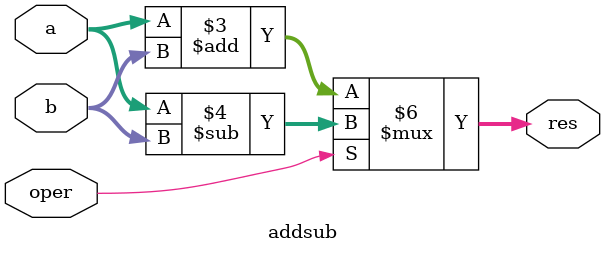
<source format=sv>
	module addsub(a, b, oper, res);
	input bit       oper;
	input bit [7:0] a;
	input bit [7:0] b;
	output bit [7:0] res;

	always_comb
	begin
	   if (oper == 1'b0)
	      res = a + b;
	   else
	      res = a - b;
        end
        endmodule
</source>
